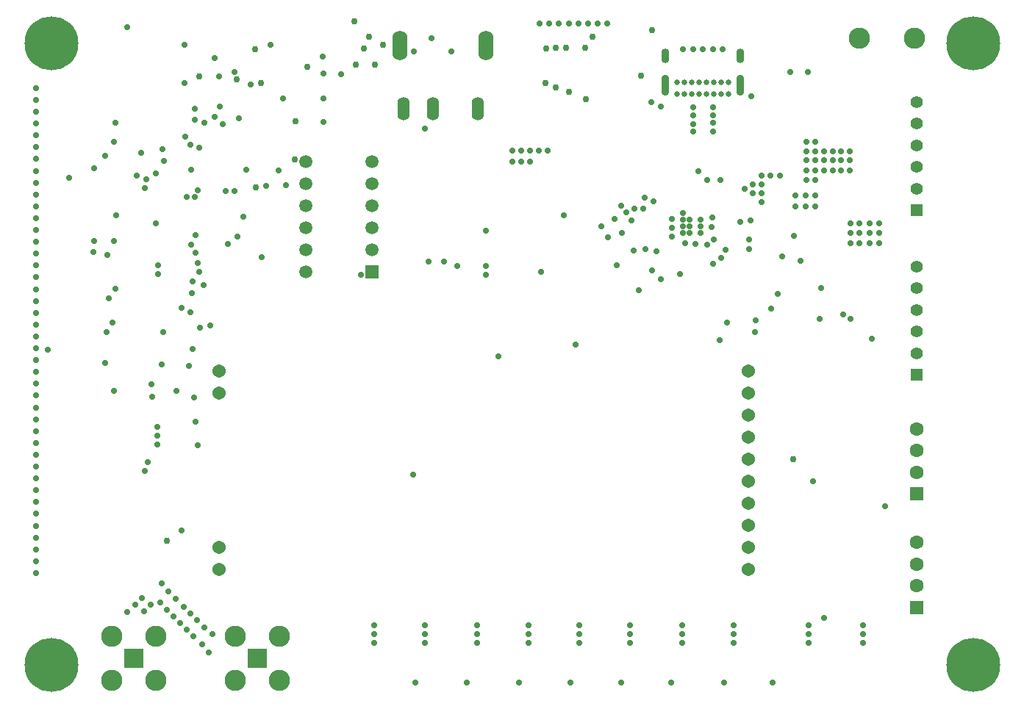
<source format=gbs>
G04*
G04 #@! TF.GenerationSoftware,Altium Limited,Altium Designer,25.4.2 (15)*
G04*
G04 Layer_Color=16711935*
%FSLAX44Y44*%
%MOMM*%
G71*
G04*
G04 #@! TF.SameCoordinates,F718CCC6-B2C0-4064-A14D-7761564938EA*
G04*
G04*
G04 #@! TF.FilePolarity,Negative*
G04*
G01*
G75*
%ADD91C,1.4000*%
%ADD92R,1.4000X1.4000*%
%ADD93C,1.6032*%
%ADD94R,1.6032X1.6032*%
%ADD95C,0.6500*%
G04:AMPARAMS|DCode=96|XSize=0.9mm|YSize=2.4mm|CornerRadius=0.45mm|HoleSize=0mm|Usage=FLASHONLY|Rotation=180.000|XOffset=0mm|YOffset=0mm|HoleType=Round|Shape=RoundedRectangle|*
%AMROUNDEDRECTD96*
21,1,0.9000,1.5000,0,0,180.0*
21,1,0.0000,2.4000,0,0,180.0*
1,1,0.9000,0.0000,0.7500*
1,1,0.9000,0.0000,0.7500*
1,1,0.9000,0.0000,-0.7500*
1,1,0.9000,0.0000,-0.7500*
%
%ADD96ROUNDEDRECTD96*%
G04:AMPARAMS|DCode=97|XSize=0.9mm|YSize=1.7mm|CornerRadius=0.45mm|HoleSize=0mm|Usage=FLASHONLY|Rotation=180.000|XOffset=0mm|YOffset=0mm|HoleType=Round|Shape=RoundedRectangle|*
%AMROUNDEDRECTD97*
21,1,0.9000,0.8000,0,0,180.0*
21,1,0.0000,1.7000,0,0,180.0*
1,1,0.9000,0.0000,0.4000*
1,1,0.9000,0.0000,0.4000*
1,1,0.9000,0.0000,-0.4000*
1,1,0.9000,0.0000,-0.4000*
%
%ADD97ROUNDEDRECTD97*%
%ADD98O,1.4080X2.7160*%
%ADD99O,1.7600X3.4200*%
%ADD100C,2.4500*%
%ADD101R,2.3000X2.3000*%
%ADD102C,6.2032*%
%ADD103C,1.5112*%
%ADD104R,1.5112X1.5112*%
%ADD105C,1.5402*%
%ADD106C,0.7032*%
%ADD107C,0.7532*%
D91*
X1029970Y682060D02*
D03*
Y657060D02*
D03*
Y632060D02*
D03*
Y607060D02*
D03*
Y582060D02*
D03*
Y492430D02*
D03*
Y467430D02*
D03*
Y442430D02*
D03*
Y417430D02*
D03*
Y392430D02*
D03*
D92*
Y557060D02*
D03*
Y367430D02*
D03*
D93*
X1029970Y305270D02*
D03*
Y255270D02*
D03*
Y280270D02*
D03*
Y174460D02*
D03*
Y124460D02*
D03*
Y149460D02*
D03*
D94*
Y230270D02*
D03*
Y99460D02*
D03*
D95*
X813340Y704770D02*
D03*
X804840D02*
D03*
X796340D02*
D03*
X787840D02*
D03*
X779340D02*
D03*
X770840D02*
D03*
X762340D02*
D03*
X753840D02*
D03*
Y691270D02*
D03*
X762340D02*
D03*
X770840D02*
D03*
X779340D02*
D03*
X787840D02*
D03*
X796340D02*
D03*
X804840D02*
D03*
X813340D02*
D03*
D96*
X740340Y701070D02*
D03*
X826840D02*
D03*
D97*
X740340Y734870D02*
D03*
X826840D02*
D03*
D98*
X472370Y674323D02*
D03*
X524370D02*
D03*
X438370D02*
D03*
D99*
X533370Y747322D02*
D03*
X434370D02*
D03*
D100*
X102770Y15140D02*
D03*
Y66140D02*
D03*
X153770Y15140D02*
D03*
Y66140D02*
D03*
X245010Y15140D02*
D03*
Y66140D02*
D03*
X296010Y15140D02*
D03*
Y66140D02*
D03*
X1027430Y755650D02*
D03*
X963930D02*
D03*
D101*
X128270Y40640D02*
D03*
X270510D02*
D03*
D102*
X33020Y749300D02*
D03*
X1094740D02*
D03*
X33020Y33020D02*
D03*
X1094740D02*
D03*
D103*
X326390Y613410D02*
D03*
X402590D02*
D03*
X326390Y588010D02*
D03*
X402590D02*
D03*
X326390Y562610D02*
D03*
X402590D02*
D03*
Y537210D02*
D03*
X326390D02*
D03*
Y511810D02*
D03*
X402590D02*
D03*
X326390Y486410D02*
D03*
D104*
X402590D02*
D03*
D105*
X835660Y194310D02*
D03*
Y219710D02*
D03*
Y245110D02*
D03*
Y270510D02*
D03*
Y295910D02*
D03*
Y321310D02*
D03*
Y346710D02*
D03*
X226060Y372110D02*
D03*
Y346710D02*
D03*
Y143510D02*
D03*
Y168910D02*
D03*
X835660Y372110D02*
D03*
Y168910D02*
D03*
Y143510D02*
D03*
D106*
X781050Y546100D02*
D03*
Y538480D02*
D03*
X760730Y553720D02*
D03*
Y546100D02*
D03*
X768350D02*
D03*
Y538480D02*
D03*
X781050Y530860D02*
D03*
X793496Y538016D02*
D03*
X768350Y530860D02*
D03*
X760730D02*
D03*
Y538480D02*
D03*
X748030Y537210D02*
D03*
X257590Y603649D02*
D03*
X302955Y586165D02*
D03*
X804781Y502357D02*
D03*
X226060Y711200D02*
D03*
X186690Y748030D02*
D03*
X243840Y716280D02*
D03*
X262890Y702310D02*
D03*
X220980Y732790D02*
D03*
X452120Y12700D02*
D03*
X511810D02*
D03*
X571500D02*
D03*
X631190D02*
D03*
X689610D02*
D03*
X746760D02*
D03*
X807720D02*
D03*
X863600D02*
D03*
X155154Y287020D02*
D03*
Y297180D02*
D03*
Y307340D02*
D03*
X140970Y256540D02*
D03*
X144212Y267268D02*
D03*
X467360Y497840D02*
D03*
X606697Y772160D02*
D03*
X617764D02*
D03*
X471170Y755650D02*
D03*
X494030Y740410D02*
D03*
X253973Y549415D02*
D03*
X574040Y626110D02*
D03*
X563880D02*
D03*
X584200D02*
D03*
X604520D02*
D03*
X594360D02*
D03*
X803333Y592083D02*
D03*
X772160Y666750D02*
D03*
Y675640D02*
D03*
X795020D02*
D03*
Y666750D02*
D03*
Y647700D02*
D03*
Y657860D02*
D03*
X772160Y656590D02*
D03*
Y647700D02*
D03*
X794258Y548640D02*
D03*
X684530Y494030D02*
D03*
X831850Y581660D02*
D03*
X182880Y187960D02*
D03*
X120650Y93980D02*
D03*
X129540Y102870D02*
D03*
X137160Y110490D02*
D03*
X139700Y95250D02*
D03*
X147320Y102870D02*
D03*
X160020Y127000D02*
D03*
X167640Y118110D02*
D03*
X158067Y105287D02*
D03*
X176530Y109220D02*
D03*
X214443Y48107D02*
D03*
X207010Y57150D02*
D03*
X189230Y73660D02*
D03*
X181610Y81280D02*
D03*
X173990Y88900D02*
D03*
X166370Y96520D02*
D03*
X218440Y68580D02*
D03*
X209550Y76200D02*
D03*
X280670Y585470D02*
D03*
X275590Y502920D02*
D03*
X285750Y748030D02*
D03*
X726948Y567309D02*
D03*
X153416Y542036D02*
D03*
X953770Y431800D02*
D03*
X247650Y527304D02*
D03*
X716280Y571754D02*
D03*
X923290Y87630D02*
D03*
X905510Y78740D02*
D03*
Y68580D02*
D03*
X196850Y66040D02*
D03*
X200660Y85090D02*
D03*
X193040Y92710D02*
D03*
X185420Y100330D02*
D03*
X902970Y591820D02*
D03*
X913130D02*
D03*
X902710Y625290D02*
D03*
X912870D02*
D03*
X933027Y624840D02*
D03*
X923290D02*
D03*
X942763D02*
D03*
X952500D02*
D03*
X923290Y614680D02*
D03*
X942763D02*
D03*
X933027D02*
D03*
X913130D02*
D03*
X902970D02*
D03*
X952500D02*
D03*
X574040Y613410D02*
D03*
X563880D02*
D03*
X584200D02*
D03*
X952500Y603250D02*
D03*
X902970D02*
D03*
X913130D02*
D03*
X933027D02*
D03*
X942763D02*
D03*
X923290D02*
D03*
X902970Y636270D02*
D03*
X913130D02*
D03*
X189230Y572770D02*
D03*
X198120D02*
D03*
X244039Y579057D02*
D03*
X233680Y579120D02*
D03*
X895814Y498646D02*
D03*
X748030Y547370D02*
D03*
X120650Y768350D02*
D03*
X367030Y713740D02*
D03*
X838160Y545990D02*
D03*
X826814Y544278D02*
D03*
X874978Y504138D02*
D03*
X862076Y444246D02*
D03*
X140970Y582930D02*
D03*
X142621Y592836D02*
D03*
X162624Y614362D02*
D03*
X187442Y642437D02*
D03*
X844550Y430530D02*
D03*
X95250Y619760D02*
D03*
X201716Y580390D02*
D03*
X193881Y603810D02*
D03*
X199390Y508000D02*
D03*
X201789Y496356D02*
D03*
X194310Y517442D02*
D03*
X724548Y487680D02*
D03*
X709930Y464820D02*
D03*
X717377Y512774D02*
D03*
X177428Y348878D02*
D03*
X636488Y402273D02*
D03*
X203607Y629692D02*
D03*
X533400Y533400D02*
D03*
X674370Y525780D02*
D03*
X294722Y603464D02*
D03*
X681990Y547370D02*
D03*
X701040Y545500D02*
D03*
X690533Y531099D02*
D03*
X795334Y495947D02*
D03*
X913130Y574040D02*
D03*
X901700D02*
D03*
X913130Y561340D02*
D03*
X901700D02*
D03*
X890270D02*
D03*
X850900Y566420D02*
D03*
X156210Y483870D02*
D03*
Y494030D02*
D03*
X405130Y78740D02*
D03*
Y58420D02*
D03*
Y68580D02*
D03*
X463550Y78740D02*
D03*
Y58420D02*
D03*
Y68580D02*
D03*
X523240Y78740D02*
D03*
Y58420D02*
D03*
Y68580D02*
D03*
X582930Y78740D02*
D03*
Y58420D02*
D03*
Y68580D02*
D03*
X641350Y78740D02*
D03*
Y58420D02*
D03*
Y68580D02*
D03*
X699770Y78740D02*
D03*
Y58420D02*
D03*
Y68580D02*
D03*
X759460Y78740D02*
D03*
Y58420D02*
D03*
Y68580D02*
D03*
X967740Y78740D02*
D03*
Y58420D02*
D03*
Y68580D02*
D03*
X905510Y58420D02*
D03*
X204470Y421640D02*
D03*
X105333Y521593D02*
D03*
X81280Y509270D02*
D03*
X194546Y462133D02*
D03*
X161330Y627723D02*
D03*
X193040Y633017D02*
D03*
X197906Y674150D02*
D03*
X203200Y486410D02*
D03*
X918210Y431800D02*
D03*
X774700Y518454D02*
D03*
X763270Y519430D02*
D03*
X748030Y527050D02*
D03*
X811530Y427990D02*
D03*
X227330Y676910D02*
D03*
X346710Y685800D02*
D03*
X345440Y734060D02*
D03*
X106625Y466792D02*
D03*
X836930Y523240D02*
D03*
X836426Y512612D02*
D03*
X195580Y474980D02*
D03*
X199350Y528868D02*
D03*
X236220Y518160D02*
D03*
X869950Y461010D02*
D03*
X704850Y558800D02*
D03*
X695408Y554990D02*
D03*
X689610Y562610D02*
D03*
X861060Y596900D02*
D03*
X840740Y576580D02*
D03*
Y586740D02*
D03*
X850900Y576580D02*
D03*
Y586740D02*
D03*
Y596900D02*
D03*
X872490D02*
D03*
X99060Y455930D02*
D03*
X843280Y416560D02*
D03*
X919480Y467360D02*
D03*
X149031Y342126D02*
D03*
X623570Y551180D02*
D03*
X666750Y538480D02*
D03*
X788225Y517652D02*
D03*
X15767Y548131D02*
D03*
Y452727D02*
D03*
Y575390D02*
D03*
Y561761D02*
D03*
Y439097D02*
D03*
Y398209D02*
D03*
Y384580D02*
D03*
Y425468D02*
D03*
Y411839D02*
D03*
Y670795D02*
D03*
Y657166D02*
D03*
Y698054D02*
D03*
Y684424D02*
D03*
Y643537D02*
D03*
Y602649D02*
D03*
Y589019D02*
D03*
Y629907D02*
D03*
Y616278D02*
D03*
Y248288D02*
D03*
Y234658D02*
D03*
Y221029D02*
D03*
Y289175D02*
D03*
Y275546D02*
D03*
Y261917D02*
D03*
Y166512D02*
D03*
Y152883D02*
D03*
Y207400D02*
D03*
Y193771D02*
D03*
Y180141D02*
D03*
Y330063D02*
D03*
Y316434D02*
D03*
Y302805D02*
D03*
Y370951D02*
D03*
Y357322D02*
D03*
Y343693D02*
D03*
Y466356D02*
D03*
Y520873D02*
D03*
Y534502D02*
D03*
Y507244D02*
D03*
Y479985D02*
D03*
Y493615D02*
D03*
Y139254D02*
D03*
X95250Y381000D02*
D03*
X193040Y439420D02*
D03*
X215900Y424180D02*
D03*
X195580Y397510D02*
D03*
X389890Y482600D02*
D03*
X806450Y742950D02*
D03*
X795020D02*
D03*
X783590D02*
D03*
X772160D02*
D03*
X760730D02*
D03*
X595630Y772160D02*
D03*
X628831D02*
D03*
X639899D02*
D03*
X650966D02*
D03*
X662033D02*
D03*
X450850Y740410D02*
D03*
X201504Y286176D02*
D03*
X449580Y252730D02*
D03*
X735330Y676910D02*
D03*
X463550Y651510D02*
D03*
X230759Y656804D02*
D03*
X904240Y716280D02*
D03*
X986790Y519430D02*
D03*
X975360D02*
D03*
X986790Y530860D02*
D03*
X963930Y519430D02*
D03*
X986790Y542290D02*
D03*
X975360Y530860D02*
D03*
X953770Y519430D02*
D03*
X888402Y527722D02*
D03*
X883920Y716280D02*
D03*
X795782Y523200D02*
D03*
X975360Y542290D02*
D03*
X963930Y530860D02*
D03*
Y542290D02*
D03*
X953770Y530860D02*
D03*
Y542290D02*
D03*
X105410Y636270D02*
D03*
X533400Y482600D02*
D03*
Y492760D02*
D03*
X485140Y497840D02*
D03*
X500380Y492760D02*
D03*
X819150Y68580D02*
D03*
Y58420D02*
D03*
Y78740D02*
D03*
X160020Y379730D02*
D03*
X105410Y349250D02*
D03*
X148590Y356870D02*
D03*
X248920Y662940D02*
D03*
X209550Y657860D02*
D03*
X186690Y703580D02*
D03*
X673100Y772160D02*
D03*
X596900Y486410D02*
D03*
X910590Y245110D02*
D03*
X977900Y408940D02*
D03*
X890270Y574040D02*
D03*
X346710Y715010D02*
D03*
X299720Y685800D02*
D03*
X346710Y659130D02*
D03*
X106680Y657860D02*
D03*
X107950Y551180D02*
D03*
X182880Y444500D02*
D03*
X198628Y661162D02*
D03*
X548230Y388620D02*
D03*
X715010Y558800D02*
D03*
X136873Y623310D02*
D03*
X992886Y215900D02*
D03*
X131318Y597310D02*
D03*
X730250Y509983D02*
D03*
X97917Y506170D02*
D03*
X735375Y477475D02*
D03*
X757050Y484041D02*
D03*
X208280Y471170D02*
D03*
X809244Y512064D02*
D03*
X802894Y407924D02*
D03*
X198720Y313690D02*
D03*
X723900Y681990D02*
D03*
X220853Y665028D02*
D03*
X28702Y396875D02*
D03*
X161590Y416710D02*
D03*
X53086Y594614D02*
D03*
X82498Y606044D02*
D03*
X103632Y427990D02*
D03*
X97028Y416710D02*
D03*
X82042Y521970D02*
D03*
X153797Y599694D02*
D03*
X197358Y341416D02*
D03*
X778510Y601980D02*
D03*
X788670Y591820D02*
D03*
X945174Y436967D02*
D03*
X703927Y510921D02*
D03*
X191489Y377710D02*
D03*
X839470Y688340D02*
D03*
D107*
X268915Y583255D02*
D03*
X313690Y615950D02*
D03*
X203213Y711650D02*
D03*
X246143Y708288D02*
D03*
X392942Y743462D02*
D03*
X382270Y774700D02*
D03*
X725170Y764540D02*
D03*
X712252Y712252D02*
D03*
X327660Y722630D02*
D03*
X267970Y742950D02*
D03*
X314505Y659627D02*
D03*
X274320Y703580D02*
D03*
X887374Y270510D02*
D03*
X656590Y756920D02*
D03*
X383540Y725170D02*
D03*
X399091Y757231D02*
D03*
X613743Y744303D02*
D03*
X602742Y743966D02*
D03*
X415290Y748030D02*
D03*
X405763Y725275D02*
D03*
X626110Y744728D02*
D03*
X648208D02*
D03*
X601980Y703834D02*
D03*
X613743Y698833D02*
D03*
X629158Y693928D02*
D03*
X648673Y685292D02*
D03*
X166370Y176517D02*
D03*
M02*

</source>
